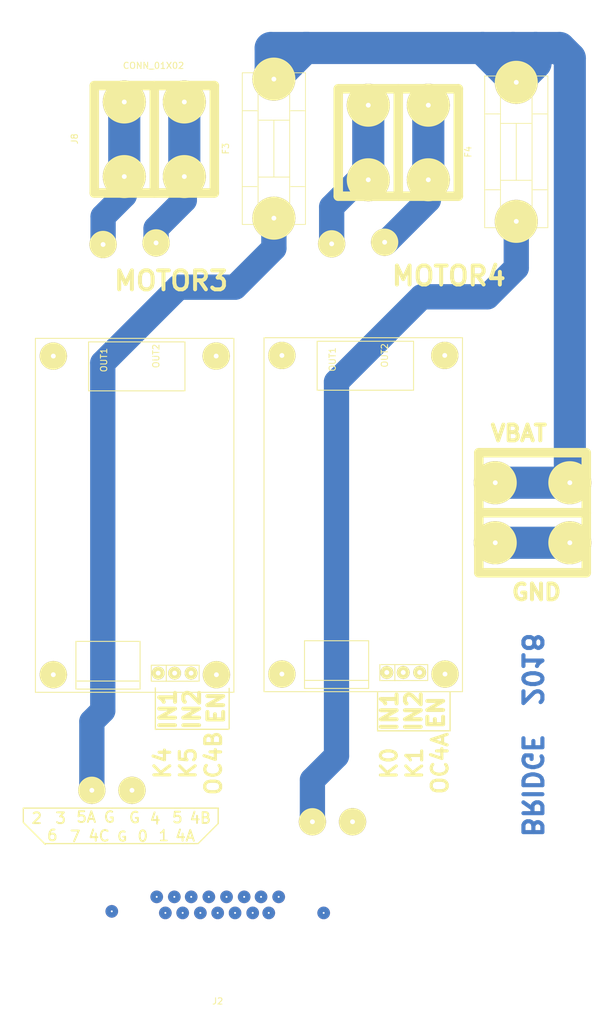
<source format=kicad_pcb>
(kicad_pcb (version 4) (host pcbnew 4.0.7)

  (general
    (links 25)
    (no_connects 11)
    (area 44.925 15.775 209.69818 173.507781)
    (thickness 1.6)
    (drawings 42)
    (tracks 49)
    (zones 0)
    (modules 8)
    (nets 21)
  )

  (page A4)
  (layers
    (0 F.Cu signal)
    (31 B.Cu signal)
    (32 B.Adhes user)
    (33 F.Adhes user)
    (34 B.Paste user)
    (35 F.Paste user)
    (36 B.SilkS user)
    (37 F.SilkS user)
    (38 B.Mask user)
    (39 F.Mask user)
    (40 Dwgs.User user)
    (41 Cmts.User user)
    (42 Eco1.User user)
    (43 Eco2.User user)
    (44 Edge.Cuts user)
    (45 Margin user)
    (46 B.CrtYd user)
    (47 F.CrtYd user)
    (48 B.Fab user)
    (49 F.Fab user)
  )

  (setup
    (last_trace_width 4)
    (user_trace_width 1)
    (user_trace_width 1.2)
    (user_trace_width 1.5)
    (user_trace_width 1.8)
    (user_trace_width 2)
    (user_trace_width 3.81)
    (user_trace_width 5.08)
    (trace_clearance 0.89878)
    (zone_clearance 0.508)
    (zone_45_only yes)
    (trace_min 0.2)
    (segment_width 0.2)
    (edge_width 0.1)
    (via_size 0.6)
    (via_drill 0.4)
    (via_min_size 0.4)
    (via_min_drill 0.3)
    (uvia_size 0.3)
    (uvia_drill 0.1)
    (uvias_allowed no)
    (uvia_min_size 0.2)
    (uvia_min_drill 0.1)
    (pcb_text_width 0.3)
    (pcb_text_size 1.5 1.5)
    (mod_edge_width 0.15)
    (mod_text_size 1 1)
    (mod_text_width 0.15)
    (pad_size 2 2)
    (pad_drill 0.3)
    (pad_to_mask_clearance 0)
    (aux_axis_origin 0 0)
    (visible_elements 7FFFFFFF)
    (pcbplotparams
      (layerselection 0x00030_80000001)
      (usegerberextensions false)
      (excludeedgelayer true)
      (linewidth 0.100000)
      (plotframeref false)
      (viasonmask false)
      (mode 1)
      (useauxorigin false)
      (hpglpennumber 1)
      (hpglpenspeed 20)
      (hpglpendiameter 15)
      (hpglpenoverlay 2)
      (psnegative false)
      (psa4output false)
      (plotreference true)
      (plotvalue true)
      (plotinvisibletext false)
      (padsonsilk false)
      (subtractmaskfromsilk false)
      (outputformat 1)
      (mirror false)
      (drillshape 1)
      (scaleselection 1)
      (outputdirectory ""))
  )

  (net 0 "")
  (net 1 /VBAT)
  (net 2 /VBAT3)
  (net 3 /VBAT4)
  (net 4 /OUT42)
  (net 5 /OUT41)
  (net 6 /OUT32)
  (net 7 /OUT31)
  (net 8 /GND)
  (net 9 /PWM4)
  (net 10 /PWM3)
  (net 11 /PWM2)
  (net 12 /PWM1)
  (net 13 /M11)
  (net 14 /M12)
  (net 15 /M21)
  (net 16 /M22)
  (net 17 /M31)
  (net 18 /M32)
  (net 19 /M42)
  (net 20 /M41)

  (net_class Default "This is the default net class."
    (clearance 0.89878)
    (trace_width 4)
    (via_dia 0.6)
    (via_drill 0.4)
    (uvia_dia 0.3)
    (uvia_drill 0.1)
    (add_net /GND)
    (add_net /M11)
    (add_net /M12)
    (add_net /M21)
    (add_net /M22)
    (add_net /M31)
    (add_net /M32)
    (add_net /M41)
    (add_net /M42)
    (add_net /OUT31)
    (add_net /OUT32)
    (add_net /OUT41)
    (add_net /OUT42)
    (add_net /PWM1)
    (add_net /PWM2)
    (add_net /PWM3)
    (add_net /PWM4)
    (add_net /VBAT)
    (add_net /VBAT3)
    (add_net /VBAT4)
  )

  (module Connectors:DB15MC (layer F.Cu) (tedit 59D720E5) (tstamp 59C16783)
    (at 137.16 157.68 180)
    (descr "Connecteur DB15 MALE couche")
    (tags "CONN DB15")
    (path /59BFCE5F)
    (fp_text reference J2 (at -9.65 -16.51 180) (layer F.SilkS)
      (effects (font (size 1 1) (thickness 0.15)))
    )
    (fp_text value DB15_MALE (at -9.65 -7.62 180) (layer F.Fab)
      (effects (font (size 1 1) (thickness 0.15)))
    )
    (fp_line (start 10.16 -12.7) (end -29.46 -12.7) (layer F.Fab) (width 0.1))
    (fp_line (start 10.16 -13.97) (end -29.46 -13.97) (layer F.Fab) (width 0.1))
    (fp_line (start 3.81 -9.53) (end -23.11 -9.53) (layer F.Fab) (width 0.1))
    (fp_line (start -23.11 -19.68) (end 3.81 -19.68) (layer F.Fab) (width 0.1))
    (fp_line (start 3.81 -13.97) (end 3.81 -19.68) (layer F.Fab) (width 0.1))
    (fp_line (start 3.81 -9.53) (end 3.81 -12.7) (layer F.Fab) (width 0.1))
    (fp_line (start 4.45 -7.62) (end 4.45 -12.7) (layer F.Fab) (width 0.1))
    (fp_line (start 2.79 -7.62) (end 10.16 -7.62) (layer F.Fab) (width 0.1))
    (fp_line (start 2.79 1.27) (end 2.79 -7.62) (layer F.Fab) (width 0.1))
    (fp_line (start 10.16 1.27) (end 2.79 1.27) (layer F.Fab) (width 0.1))
    (fp_line (start 10.16 1.27) (end 10.16 -13.97) (layer F.Fab) (width 0.1))
    (fp_line (start -23.75 -12.7) (end -23.75 -7.62) (layer F.Fab) (width 0.1))
    (fp_line (start -21.84 -7.62) (end -21.84 1.27) (layer F.Fab) (width 0.1))
    (fp_line (start -29.46 1.27) (end -29.46 -12.7) (layer F.Fab) (width 0.1))
    (fp_line (start -29.46 -7.62) (end -21.84 -7.62) (layer F.Fab) (width 0.1))
    (fp_line (start -23.11 -9.53) (end -23.11 -12.7) (layer F.Fab) (width 0.1))
    (fp_line (start -23.11 -19.68) (end -23.11 -13.97) (layer F.Fab) (width 0.1))
    (fp_line (start -29.46 -13.97) (end -29.46 -12.7) (layer F.Fab) (width 0.1))
    (fp_line (start -29.46 1.27) (end -21.84 1.27) (layer F.Fab) (width 0.1))
    (fp_line (start -29.71 -19.93) (end 10.41 -19.93) (layer F.CrtYd) (width 0.05))
    (fp_line (start -29.71 -19.93) (end -29.71 1.52) (layer F.CrtYd) (width 0.05))
    (fp_line (start 10.41 1.52) (end 10.41 -19.93) (layer F.CrtYd) (width 0.05))
    (fp_line (start 10.41 1.52) (end -29.71 1.52) (layer F.CrtYd) (width 0.05))
    (pad "" thru_hole circle (at 7.11 -2.29 180) (size 2 2) (drill 0.3) (layers *.Cu *.Mask))
    (pad "" thru_hole circle (at -26.42 -2.54 180) (size 2 2) (drill 0.3) (layers *.Cu *.Mask))
    (pad 8 thru_hole circle (at -19.3 0 180) (size 2 2) (drill 0.3) (layers *.Cu *.Mask)
      (net 10 /PWM3))
    (pad 7 thru_hole circle (at -16.51 0 180) (size 2 2) (drill 0.3) (layers *.Cu *.Mask)
      (net 17 /M31))
    (pad 6 thru_hole circle (at -13.84 0 180) (size 2 2) (drill 0.3) (layers *.Cu *.Mask)
      (net 18 /M32))
    (pad 5 thru_hole circle (at -11.05 0 180) (size 2 2) (drill 0.3) (layers *.Cu *.Mask)
      (net 8 /GND))
    (pad 4 thru_hole circle (at -8.25 0 180) (size 2 2) (drill 0.3) (layers *.Cu *.Mask)
      (net 8 /GND))
    (pad 3 thru_hole circle (at -5.46 0 180) (size 2 2) (drill 0.3) (layers *.Cu *.Mask)
      (net 11 /PWM2))
    (pad 2 thru_hole circle (at -2.79 0 180) (size 2 2) (drill 0.3) (layers *.Cu *.Mask)
      (net 15 /M21))
    (pad 1 thru_hole circle (at 0 0 180) (size 2 2) (drill 0.3) (layers *.Cu *.Mask)
      (net 16 /M22))
    (pad 15 thru_hole circle (at -17.73 -2.54 180) (size 2 2) (drill 0.3) (layers *.Cu *.Mask)
      (net 19 /M42))
    (pad 14 thru_hole circle (at -15.19 -2.54 180) (size 2 2) (drill 0.3) (layers *.Cu *.Mask)
      (net 20 /M41))
    (pad 13 thru_hole circle (at -12.4 -2.54 180) (size 2 2) (drill 0.3) (layers *.Cu *.Mask)
      (net 9 /PWM4))
    (pad 12 thru_hole circle (at -9.65 -2.54 180) (size 2 2) (drill 0.3) (layers *.Cu *.Mask)
      (net 8 /GND))
    (pad 11 thru_hole circle (at -6.91 -2.54 180) (size 2 2) (drill 0.3) (layers *.Cu *.Mask)
      (net 14 /M12))
    (pad 10 thru_hole circle (at -4.11 -2.54 180) (size 2 2) (drill 0.3) (layers *.Cu *.Mask)
      (net 13 /M11))
    (pad 9 thru_hole circle (at -1.37 -2.54 180) (size 2 2) (drill 0.3) (layers *.Cu *.Mask)
      (net 12 /PWM1))
    (model Connectors.3dshapes/DB15MC.wrl
      (at (xyz -0.38 0.05 0))
      (scale (xyz 1 1 1))
      (rotate (xyz 0 0 0))
    )
  )

  (module Mod_files:H_Bridge (layer F.Cu) (tedit 5A0D12DA) (tstamp 59C167CF)
    (at 168.148 120.904 270)
    (path /59BF6C8B)
    (fp_text reference J10 (at -6.1722 7.1882 270) (layer F.SilkS) hide
      (effects (font (size 1 1) (thickness 0.15)))
    )
    (fp_text value H-Bridge4 (at -23.622 -2.032 270) (layer F.SilkS) hide
      (effects (font (size 1 1) (thickness 0.15)))
    )
    (fp_line (start 2.52476 -2.55016) (end 2.52476 7.59968) (layer F.SilkS) (width 0.15))
    (fp_line (start 3.79984 -2.55016) (end 3.79984 7.59968) (layer F.SilkS) (width 0.15))
    (fp_line (start 3.79984 7.59968) (end -3.74904 7.59968) (layer F.SilkS) (width 0.15))
    (fp_line (start -3.74904 7.59968) (end -3.74904 -2.55016) (layer F.SilkS) (width 0.15))
    (fp_line (start -3.74904 -2.55016) (end 3.79984 -2.55016) (layer F.SilkS) (width 0.15))
    (fp_line (start 0.01524 -6.69544) (end 2.57048 -6.69544) (layer F.SilkS) (width 0.15))
    (fp_line (start 2.57048 -6.69544) (end 2.55016 -6.70052) (layer F.SilkS) (width 0.15))
    (fp_line (start 2.54508 -11.89736) (end 2.55524 -4.32308) (layer F.SilkS) (width 0.15))
    (fp_line (start 2.55524 -4.32308) (end 0.02032 -4.32308) (layer F.SilkS) (width 0.15))
    (fp_line (start 0.02032 -4.32308) (end 0.02032 -11.89736) (layer F.SilkS) (width 0.15))
    (fp_line (start 0.02032 -11.89736) (end 2.54508 -11.89736) (layer F.SilkS) (width 0.15))
    (fp_text user OUT2 (at -48.895 -5.08 270) (layer F.SilkS)
      (effects (font (size 1 1) (thickness 0.15)))
    )
    (fp_text user OUT1 (at -48.26 3.175 270) (layer F.SilkS)
      (effects (font (size 1 1) (thickness 0.15)))
    )
    (fp_line (start -51.13528 -9.652) (end -43.38828 -9.652) (layer F.SilkS) (width 0.15))
    (fp_line (start -43.38828 -9.652) (end -43.38828 5.59816) (layer F.SilkS) (width 0.15))
    (fp_line (start -43.38828 5.59816) (end -51.13528 5.59816) (layer F.SilkS) (width 0.15))
    (fp_line (start -51.13528 5.59816) (end -51.13528 -9.652) (layer F.SilkS) (width 0.15))
    (fp_line (start -51.69408 -17.39392) (end 4.30784 -17.39392) (layer F.SilkS) (width 0.15))
    (fp_line (start 4.30784 -17.39392) (end 4.30784 14.00556) (layer F.SilkS) (width 0.15))
    (fp_line (start 4.30784 14.00556) (end -51.69408 14.00556) (layer F.SilkS) (width 0.15))
    (fp_line (start -51.69408 14.00556) (end -51.69408 -17.39392) (layer F.SilkS) (width 0.15))
    (pad "" thru_hole circle (at -48.895 -14.58976 270) (size 4.318 4.318) (drill 0.762) (layers *.Cu *.Mask F.SilkS))
    (pad "" thru_hole circle (at 1.524 -14.6304 270) (size 4.318 4.318) (drill 0.762) (layers *.Cu *.Mask F.SilkS))
    (pad "" thru_hole circle (at 1.51892 11.176 270) (size 4.318 4.318) (drill 0.762) (layers *.Cu *.Mask F.SilkS))
    (pad "" thru_hole circle (at -48.88992 11.176 270) (size 4.318 4.318) (drill 0.762) (layers *.Cu *.Mask F.SilkS))
    (pad 2 thru_hole circle (at -66.802 -5.08 270) (size 4.318 4.318) (drill 0.762) (layers *.Cu *.Mask F.SilkS)
      (net 4 /OUT42))
    (pad 1 thru_hole circle (at -66.548 3.302 270) (size 4.318 4.318) (drill 0.762) (layers *.Cu *.Mask F.SilkS)
      (net 5 /OUT41))
    (pad 3 thru_hole circle (at 1.27 -10.62228 270) (size 2.032 2.032) (drill 0.762) (layers *.Cu *.Mask F.SilkS)
      (net 9 /PWM4) (clearance -0.254))
    (pad 4 thru_hole circle (at 1.27 -8.02132 270) (size 2.032 2.032) (drill 0.762) (layers *.Cu *.Mask F.SilkS)
      (net 20 /M41) (clearance -0.254))
    (pad 5 thru_hole circle (at 1.27 -5.42036 270) (size 2.032 2.032) (drill 0.762) (layers *.Cu *.Mask F.SilkS)
      (net 19 /M42) (clearance -0.254))
    (pad 7 thru_hole circle (at 24.892 0 270) (size 4.318 4.318) (drill 0.762) (layers *.Cu *.Mask F.SilkS)
      (net 8 /GND))
    (pad 6 thru_hole circle (at 24.892 6.35 270) (size 4.318 4.318) (drill 0.762) (layers *.Cu *.Mask F.SilkS)
      (net 3 /VBAT4))
  )

  (module Mod_files:H_Bridge (layer F.Cu) (tedit 5A0D12D5) (tstamp 59C167B8)
    (at 131.9784 121.0056 270)
    (path /59BF6C09)
    (fp_text reference J7 (at -6.1722 7.1882 270) (layer F.SilkS) hide
      (effects (font (size 1 1) (thickness 0.15)))
    )
    (fp_text value H-Bridge3 (at -24.892 0.508 270) (layer F.SilkS) hide
      (effects (font (size 1 1) (thickness 0.15)))
    )
    (fp_line (start 2.52476 -2.55016) (end 2.52476 7.59968) (layer F.SilkS) (width 0.15))
    (fp_line (start 3.79984 -2.55016) (end 3.79984 7.59968) (layer F.SilkS) (width 0.15))
    (fp_line (start 3.79984 7.59968) (end -3.74904 7.59968) (layer F.SilkS) (width 0.15))
    (fp_line (start -3.74904 7.59968) (end -3.74904 -2.55016) (layer F.SilkS) (width 0.15))
    (fp_line (start -3.74904 -2.55016) (end 3.79984 -2.55016) (layer F.SilkS) (width 0.15))
    (fp_line (start 0.01524 -6.69544) (end 2.57048 -6.69544) (layer F.SilkS) (width 0.15))
    (fp_line (start 2.57048 -6.69544) (end 2.55016 -6.70052) (layer F.SilkS) (width 0.15))
    (fp_line (start 2.54508 -11.89736) (end 2.55524 -4.32308) (layer F.SilkS) (width 0.15))
    (fp_line (start 2.55524 -4.32308) (end 0.02032 -4.32308) (layer F.SilkS) (width 0.15))
    (fp_line (start 0.02032 -4.32308) (end 0.02032 -11.89736) (layer F.SilkS) (width 0.15))
    (fp_line (start 0.02032 -11.89736) (end 2.54508 -11.89736) (layer F.SilkS) (width 0.15))
    (fp_text user OUT2 (at -48.895 -5.08 270) (layer F.SilkS)
      (effects (font (size 1 1) (thickness 0.15)))
    )
    (fp_text user OUT1 (at -48.26 3.175 270) (layer F.SilkS)
      (effects (font (size 1 1) (thickness 0.15)))
    )
    (fp_line (start -51.13528 -9.652) (end -43.38828 -9.652) (layer F.SilkS) (width 0.15))
    (fp_line (start -43.38828 -9.652) (end -43.38828 5.59816) (layer F.SilkS) (width 0.15))
    (fp_line (start -43.38828 5.59816) (end -51.13528 5.59816) (layer F.SilkS) (width 0.15))
    (fp_line (start -51.13528 5.59816) (end -51.13528 -9.652) (layer F.SilkS) (width 0.15))
    (fp_line (start -51.69408 -17.39392) (end 4.30784 -17.39392) (layer F.SilkS) (width 0.15))
    (fp_line (start 4.30784 -17.39392) (end 4.30784 14.00556) (layer F.SilkS) (width 0.15))
    (fp_line (start 4.30784 14.00556) (end -51.69408 14.00556) (layer F.SilkS) (width 0.15))
    (fp_line (start -51.69408 14.00556) (end -51.69408 -17.39392) (layer F.SilkS) (width 0.15))
    (pad "" thru_hole circle (at -48.895 -14.58976 270) (size 4.318 4.318) (drill 0.762) (layers *.Cu *.Mask F.SilkS))
    (pad "" thru_hole circle (at 1.524 -14.6304 270) (size 4.318 4.318) (drill 0.762) (layers *.Cu *.Mask F.SilkS))
    (pad "" thru_hole circle (at 1.51892 11.176 270) (size 4.318 4.318) (drill 0.762) (layers *.Cu *.Mask F.SilkS))
    (pad "" thru_hole circle (at -48.88992 11.176 270) (size 4.318 4.318) (drill 0.762) (layers *.Cu *.Mask F.SilkS))
    (pad 2 thru_hole circle (at -66.802 -5.08 270) (size 4.318 4.318) (drill 0.762) (layers *.Cu *.Mask F.SilkS)
      (net 6 /OUT32))
    (pad 1 thru_hole circle (at -66.548 3.302 270) (size 4.318 4.318) (drill 0.762) (layers *.Cu *.Mask F.SilkS)
      (net 7 /OUT31))
    (pad 3 thru_hole circle (at 1.27 -10.62228 270) (size 2.032 2.032) (drill 0.762) (layers *.Cu *.Mask F.SilkS)
      (net 10 /PWM3) (clearance -0.254))
    (pad 4 thru_hole circle (at 1.27 -8.02132 270) (size 2.032 2.032) (drill 0.762) (layers *.Cu *.Mask F.SilkS)
      (net 17 /M31) (clearance -0.254))
    (pad 5 thru_hole circle (at 1.27 -5.42036 270) (size 2.032 2.032) (drill 0.762) (layers *.Cu *.Mask F.SilkS)
      (net 18 /M32) (clearance -0.254))
    (pad 7 thru_hole circle (at 19.812 -1.27 270) (size 4.318 4.318) (drill 0.762) (layers *.Cu *.Mask F.SilkS)
      (net 8 /GND))
    (pad 6 thru_hole circle (at 19.812 5.08 270) (size 4.318 4.318) (drill 0.762) (layers *.Cu *.Mask F.SilkS)
      (net 2 /VBAT3))
  )

  (module Fuse_Holders_and_Fuses:Fuseholder5x20_horiz_SemiClosed_Casing10x25mm (layer F.Cu) (tedit 59C173A5) (tstamp 59C16760)
    (at 155.702 50.292 90)
    (descr "Fuseholder, 5x20, Semi closed, horizontal, Casing 10x25mm,")
    (tags "Fuseholder 5x20 Semi closed horizontal Casing 10x25mm Sicherungshalter halbgeschlossen ")
    (path /59BFCD9B)
    (fp_text reference F3 (at 11 -7.62 90) (layer F.SilkS)
      (effects (font (size 1 1) (thickness 0.15)))
    )
    (fp_text value Fuse (at 12.27 7.62 90) (layer F.Fab)
      (effects (font (size 1 1) (thickness 0.15)))
    )
    (fp_line (start 5 2.5) (end 5 4.9) (layer F.Fab) (width 0.1))
    (fp_line (start 17 -2.5) (end 17 -4.9) (layer F.Fab) (width 0.1))
    (fp_line (start 17 2.5) (end 17 4.95) (layer F.Fab) (width 0.1))
    (fp_line (start 15.5 -2.5) (end 15.5 2.5) (layer F.Fab) (width 0.1))
    (fp_line (start 6.5 0) (end 15.5 0) (layer F.Fab) (width 0.1))
    (fp_line (start 6.5 -2.5) (end 6.5 2.5) (layer F.Fab) (width 0.1))
    (fp_line (start 5 -4.9) (end 5 -2.5) (layer F.Fab) (width 0.1))
    (fp_line (start 1 -2.5) (end 1 2.5) (layer F.Fab) (width 0.1))
    (fp_line (start 1 2.5) (end 21 2.5) (layer F.Fab) (width 0.1))
    (fp_line (start 21 2.5) (end 21 -2.5) (layer F.Fab) (width 0.1))
    (fp_line (start 21 -2.5) (end 1 -2.5) (layer F.Fab) (width 0.1))
    (fp_line (start -0.9 -4.9) (end -0.9 4.9) (layer F.Fab) (width 0.1))
    (fp_line (start -0.9 4.9) (end 22.9 4.9) (layer F.Fab) (width 0.1))
    (fp_line (start 22.9 4.9) (end 22.9 -4.9) (layer F.Fab) (width 0.1))
    (fp_line (start 22.9 -4.9) (end -0.9 -4.9) (layer F.Fab) (width 0.1))
    (fp_line (start 5 -2.5) (end 5 -5) (layer F.SilkS) (width 0.12))
    (fp_line (start 5 5) (end 5 2.5) (layer F.SilkS) (width 0.12))
    (fp_line (start 17 5) (end 17 2.5) (layer F.SilkS) (width 0.12))
    (fp_line (start 17 -5) (end 17 -2.5) (layer F.SilkS) (width 0.12))
    (fp_line (start 6.5 0) (end 15.5 0) (layer F.SilkS) (width 0.12))
    (fp_line (start 6.5 -2.5) (end 6.5 2.5) (layer F.SilkS) (width 0.12))
    (fp_line (start 15.5 -2.5) (end 15.5 2.5) (layer F.SilkS) (width 0.12))
    (fp_line (start 21 -1.9) (end 21 -2.5) (layer F.SilkS) (width 0.12))
    (fp_line (start 1 1.9) (end 1 2.5) (layer F.SilkS) (width 0.12))
    (fp_line (start 1 2.5) (end 21 2.5) (layer F.SilkS) (width 0.12))
    (fp_line (start 21 2.5) (end 21 1.9) (layer F.SilkS) (width 0.12))
    (fp_line (start 21 -2.5) (end 1 -2.5) (layer F.SilkS) (width 0.12))
    (fp_line (start 1 -2.5) (end 1 -1.9) (layer F.SilkS) (width 0.12))
    (fp_line (start 23 -1.9) (end 23 -5) (layer F.SilkS) (width 0.12))
    (fp_line (start -1 1.9) (end -1 5) (layer F.SilkS) (width 0.12))
    (fp_line (start -1 5) (end 23 5) (layer F.SilkS) (width 0.12))
    (fp_line (start 23 5) (end 23 1.9) (layer F.SilkS) (width 0.12))
    (fp_line (start 23 -5) (end -1 -5) (layer F.SilkS) (width 0.12))
    (fp_line (start -1 -5) (end -1 -1.9) (layer F.SilkS) (width 0.12))
    (fp_line (start -1.5 -5.15) (end 23.5 -5.15) (layer F.CrtYd) (width 0.05))
    (fp_line (start -1.5 -5.15) (end -1.5 5.2) (layer F.CrtYd) (width 0.05))
    (fp_line (start 23.5 5.2) (end 23.5 -5.15) (layer F.CrtYd) (width 0.05))
    (fp_line (start 23.5 5.2) (end -1.5 5.2) (layer F.CrtYd) (width 0.05))
    (pad 2 thru_hole circle (at 22 0 180) (size 6.81 6.81) (drill 0.762) (layers *.Cu *.Mask F.SilkS)
      (net 1 /VBAT))
    (pad 1 thru_hole circle (at 0 0 180) (size 6.81 6.81) (drill 0.762) (layers *.Cu *.Mask F.SilkS)
      (net 2 /VBAT3))
  )

  (module Fuse_Holders_and_Fuses:Fuseholder5x20_horiz_SemiClosed_Casing10x25mm (layer F.Cu) (tedit 59C1739E) (tstamp 59C16766)
    (at 194.056 50.8 90)
    (descr "Fuseholder, 5x20, Semi closed, horizontal, Casing 10x25mm,")
    (tags "Fuseholder 5x20 Semi closed horizontal Casing 10x25mm Sicherungshalter halbgeschlossen ")
    (path /59BFCBFB)
    (fp_text reference F4 (at 11 -7.62 90) (layer F.SilkS)
      (effects (font (size 1 1) (thickness 0.15)))
    )
    (fp_text value Fuse (at 12.27 7.62 90) (layer F.Fab)
      (effects (font (size 1 1) (thickness 0.15)))
    )
    (fp_line (start 5 2.5) (end 5 4.9) (layer F.Fab) (width 0.1))
    (fp_line (start 17 -2.5) (end 17 -4.9) (layer F.Fab) (width 0.1))
    (fp_line (start 17 2.5) (end 17 4.95) (layer F.Fab) (width 0.1))
    (fp_line (start 15.5 -2.5) (end 15.5 2.5) (layer F.Fab) (width 0.1))
    (fp_line (start 6.5 0) (end 15.5 0) (layer F.Fab) (width 0.1))
    (fp_line (start 6.5 -2.5) (end 6.5 2.5) (layer F.Fab) (width 0.1))
    (fp_line (start 5 -4.9) (end 5 -2.5) (layer F.Fab) (width 0.1))
    (fp_line (start 1 -2.5) (end 1 2.5) (layer F.Fab) (width 0.1))
    (fp_line (start 1 2.5) (end 21 2.5) (layer F.Fab) (width 0.1))
    (fp_line (start 21 2.5) (end 21 -2.5) (layer F.Fab) (width 0.1))
    (fp_line (start 21 -2.5) (end 1 -2.5) (layer F.Fab) (width 0.1))
    (fp_line (start -0.9 -4.9) (end -0.9 4.9) (layer F.Fab) (width 0.1))
    (fp_line (start -0.9 4.9) (end 22.9 4.9) (layer F.Fab) (width 0.1))
    (fp_line (start 22.9 4.9) (end 22.9 -4.9) (layer F.Fab) (width 0.1))
    (fp_line (start 22.9 -4.9) (end -0.9 -4.9) (layer F.Fab) (width 0.1))
    (fp_line (start 5 -2.5) (end 5 -5) (layer F.SilkS) (width 0.12))
    (fp_line (start 5 5) (end 5 2.5) (layer F.SilkS) (width 0.12))
    (fp_line (start 17 5) (end 17 2.5) (layer F.SilkS) (width 0.12))
    (fp_line (start 17 -5) (end 17 -2.5) (layer F.SilkS) (width 0.12))
    (fp_line (start 6.5 0) (end 15.5 0) (layer F.SilkS) (width 0.12))
    (fp_line (start 6.5 -2.5) (end 6.5 2.5) (layer F.SilkS) (width 0.12))
    (fp_line (start 15.5 -2.5) (end 15.5 2.5) (layer F.SilkS) (width 0.12))
    (fp_line (start 21 -1.9) (end 21 -2.5) (layer F.SilkS) (width 0.12))
    (fp_line (start 1 1.9) (end 1 2.5) (layer F.SilkS) (width 0.12))
    (fp_line (start 1 2.5) (end 21 2.5) (layer F.SilkS) (width 0.12))
    (fp_line (start 21 2.5) (end 21 1.9) (layer F.SilkS) (width 0.12))
    (fp_line (start 21 -2.5) (end 1 -2.5) (layer F.SilkS) (width 0.12))
    (fp_line (start 1 -2.5) (end 1 -1.9) (layer F.SilkS) (width 0.12))
    (fp_line (start 23 -1.9) (end 23 -5) (layer F.SilkS) (width 0.12))
    (fp_line (start -1 1.9) (end -1 5) (layer F.SilkS) (width 0.12))
    (fp_line (start -1 5) (end 23 5) (layer F.SilkS) (width 0.12))
    (fp_line (start 23 5) (end 23 1.9) (layer F.SilkS) (width 0.12))
    (fp_line (start 23 -5) (end -1 -5) (layer F.SilkS) (width 0.12))
    (fp_line (start -1 -5) (end -1 -1.9) (layer F.SilkS) (width 0.12))
    (fp_line (start -1.5 -5.15) (end 23.5 -5.15) (layer F.CrtYd) (width 0.05))
    (fp_line (start -1.5 -5.15) (end -1.5 5.2) (layer F.CrtYd) (width 0.05))
    (fp_line (start 23.5 5.2) (end 23.5 -5.15) (layer F.CrtYd) (width 0.05))
    (fp_line (start 23.5 5.2) (end -1.5 5.2) (layer F.CrtYd) (width 0.05))
    (pad 2 thru_hole circle (at 22 0 180) (size 6.81 6.81) (drill 0.762) (layers *.Cu *.Mask F.SilkS)
      (net 1 /VBAT))
    (pad 1 thru_hole circle (at 0 0 180) (size 6.81 6.81) (drill 0.762) (layers *.Cu *.Mask F.SilkS)
      (net 3 /VBAT4))
  )

  (module Mod_files:Solar_connector (layer F.Cu) (tedit 5A0D1287) (tstamp 59C167C0)
    (at 136.652 37.338)
    (path /59BF8CA9)
    (fp_text reference J8 (at -12.4841 0.4064 90) (layer F.SilkS)
      (effects (font (size 1 1) (thickness 0.15)))
    )
    (fp_text value CONN_01X02 (at 0 -11.176) (layer F.SilkS)
      (effects (font (size 1 1) (thickness 0.15)))
    )
    (fp_line (start -9.3726 -8.0264) (end 9.6274 -8.0264) (layer F.SilkS) (width 1.5))
    (fp_line (start 9.6274 -8.0264) (end 9.6274 8.9736) (layer F.SilkS) (width 1.5))
    (fp_line (start -9.3726 8.9736) (end 9.6274 8.9736) (layer F.SilkS) (width 1.5))
    (fp_line (start -9.3726 -8.0014) (end -9.3726 8.9736) (layer F.SilkS) (width 1.5))
    (fp_line (start 0.1274 8.9736) (end 0.1274 -8.0264) (layer F.SilkS) (width 1.5))
    (pad 1 thru_hole circle (at -4.6226 -5.4264 90) (size 6.81 6.81) (drill 0.762) (layers *.Cu *.Mask F.SilkS)
      (net 7 /OUT31))
    (pad 2 thru_hole circle (at 4.8774 -5.4264 90) (size 6.81 6.81) (drill 0.762) (layers *.Cu *.Mask F.SilkS)
      (net 6 /OUT32))
    (pad 1 thru_hole circle (at -4.6226 6.3736 90) (size 6.81 6.81) (drill 0.762) (layers *.Cu *.Mask F.SilkS)
      (net 7 /OUT31))
    (pad 2 thru_hole circle (at 4.8774 6.3736 90) (size 6.81 6.81) (drill 0.762) (layers *.Cu *.Mask F.SilkS)
      (net 6 /OUT32))
  )

  (module Mod_files:Solar_connector (layer F.Cu) (tedit 5A0D128C) (tstamp 59C167D7)
    (at 175.26 37.846)
    (path /59BF8ECD)
    (fp_text reference J11 (at -12.4841 0.4064 90) (layer F.SilkS) hide
      (effects (font (size 1 1) (thickness 0.15)))
    )
    (fp_text value CONN_01X02 (at -0.762 -11.176) (layer F.SilkS) hide
      (effects (font (size 1 1) (thickness 0.15)))
    )
    (fp_line (start -9.3726 -8.0264) (end 9.6274 -8.0264) (layer F.SilkS) (width 1.5))
    (fp_line (start 9.6274 -8.0264) (end 9.6274 8.9736) (layer F.SilkS) (width 1.5))
    (fp_line (start -9.3726 8.9736) (end 9.6274 8.9736) (layer F.SilkS) (width 1.5))
    (fp_line (start -9.3726 -8.0014) (end -9.3726 8.9736) (layer F.SilkS) (width 1.5))
    (fp_line (start 0.1274 8.9736) (end 0.1274 -8.0264) (layer F.SilkS) (width 1.5))
    (pad 1 thru_hole circle (at -4.6226 -5.4264 90) (size 6.81 6.81) (drill 0.762) (layers *.Cu *.Mask F.SilkS)
      (net 5 /OUT41))
    (pad 2 thru_hole circle (at 4.8774 -5.4264 90) (size 6.81 6.81) (drill 0.762) (layers *.Cu *.Mask F.SilkS)
      (net 4 /OUT42))
    (pad 1 thru_hole circle (at -4.6226 6.3736 90) (size 6.81 6.81) (drill 0.762) (layers *.Cu *.Mask F.SilkS)
      (net 5 /OUT41))
    (pad 2 thru_hole circle (at 4.8774 6.3736 90) (size 6.81 6.81) (drill 0.762) (layers *.Cu *.Mask F.SilkS)
      (net 4 /OUT42))
  )

  (module Mod_files:Solar_connector (layer F.Cu) (tedit 5A0D1C62) (tstamp 59C17586)
    (at 197.104 96.774 270)
    (path /59C1746E)
    (fp_text reference J4 (at -12.4841 0.4064 360) (layer F.SilkS) hide
      (effects (font (size 1 1) (thickness 0.15)))
    )
    (fp_text value CONN_01X02 (at -1.1176 -10.8204 270) (layer F.SilkS) hide
      (effects (font (size 1 1) (thickness 0.15)))
    )
    (fp_line (start -9.3726 -8.0264) (end 9.6274 -8.0264) (layer F.SilkS) (width 1.5))
    (fp_line (start 9.6274 -8.0264) (end 9.6274 8.9736) (layer F.SilkS) (width 1.5))
    (fp_line (start -9.3726 8.9736) (end 9.6274 8.9736) (layer F.SilkS) (width 1.5))
    (fp_line (start -9.3726 -8.0014) (end -9.3726 8.9736) (layer F.SilkS) (width 1.5))
    (fp_line (start 0.1274 8.9736) (end 0.1274 -8.0264) (layer F.SilkS) (width 1.5))
    (pad 1 thru_hole circle (at -4.6226 -5.4264) (size 6.81 6.81) (drill 0.762) (layers *.Cu *.Mask F.SilkS)
      (net 1 /VBAT))
    (pad 2 thru_hole circle (at 4.8774 -5.4264) (size 6.81 6.81) (drill 0.762) (layers *.Cu *.Mask F.SilkS)
      (net 8 /GND))
    (pad 1 thru_hole circle (at -4.6226 6.3736) (size 6.81 6.81) (drill 0.762) (layers *.Cu *.Mask F.SilkS)
      (net 1 /VBAT))
    (pad 2 thru_hole circle (at 4.8774 6.3736) (size 6.81 6.81) (drill 0.762) (layers *.Cu *.Mask F.SilkS)
      (net 8 /GND))
  )

  (gr_text G (at 131.699 148.1328) (layer F.SilkS)
    (effects (font (size 1.5 1.5) (thickness 0.3)))
  )
  (gr_text G (at 133.6548 145.1356) (layer F.SilkS)
    (effects (font (size 1.7 1.7) (thickness 0.3)))
  )
  (gr_text G (at 129.667 145.0594) (layer F.SilkS)
    (effects (font (size 1.7 1.7) (thickness 0.3)))
  )
  (gr_text 5A (at 126.0094 145.0594) (layer F.SilkS)
    (effects (font (size 1.7 1.7) (thickness 0.3)))
  )
  (gr_text 4C (at 128.0414 148.0312) (layer F.SilkS)
    (effects (font (size 1.7 1.7) (thickness 0.3)))
  )
  (gr_text 4B (at 144.0688 145.2118) (layer F.SilkS)
    (effects (font (size 1.7 1.7) (thickness 0.3)))
  )
  (gr_text 4A (at 141.6558 148.0312) (layer F.SilkS)
    (effects (font (size 1.7 1.7) (thickness 0.3)))
  )
  (gr_text 7 (at 124.2568 148.1074) (layer F.SilkS)
    (effects (font (size 1.7 1.7) (thickness 0.3)))
  )
  (gr_text 6 (at 120.65 147.955) (layer F.SilkS)
    (effects (font (size 1.7 1.7) (thickness 0.3)))
  )
  (gr_text 5 (at 140.4366 145.1356) (layer F.SilkS)
    (effects (font (size 1.7 1.7) (thickness 0.3)))
  )
  (gr_text "4\n" (at 136.906 145.3134) (layer F.SilkS)
    (effects (font (size 1.7 1.7) (thickness 0.3)))
  )
  (gr_text 3 (at 121.9708 145.2372) (layer F.SilkS)
    (effects (font (size 1.7 1.7) (thickness 0.3)))
  )
  (gr_text 2 (at 118.1862 145.2372) (layer F.SilkS)
    (effects (font (size 1.7 1.7) (thickness 0.3)))
  )
  (gr_text 0 (at 134.9502 148.082) (layer F.SilkS)
    (effects (font (size 1.7 1.7) (thickness 0.3)))
  )
  (gr_text 1 (at 138.2776 147.9804) (layer F.SilkS)
    (effects (font (size 1.7 1.7) (thickness 0.25)))
  )
  (gr_line (start 146.9136 143.637) (end 146.9136 143.6624) (angle 90) (layer F.SilkS) (width 0.2))
  (gr_line (start 116.0526 143.637) (end 146.9136 143.637) (angle 90) (layer F.SilkS) (width 0.2))
  (gr_line (start 116.0526 145.8722) (end 116.0526 143.637) (angle 90) (layer F.SilkS) (width 0.2))
  (gr_line (start 119.5324 149.3774) (end 116.0526 145.8976) (angle 90) (layer F.SilkS) (width 0.2))
  (gr_line (start 146.8882 146.0754) (end 146.8882 143.6624) (angle 90) (layer F.SilkS) (width 0.2))
  (gr_line (start 143.7132 149.2504) (end 146.8882 146.0754) (angle 90) (layer F.SilkS) (width 0.2))
  (gr_line (start 119.3546 149.2504) (end 143.6116 149.2504) (angle 90) (layer F.SilkS) (width 0.2))
  (gr_text "K4\nK5\nOC4B" (at 142.113 136.525 90) (layer F.SilkS)
    (effects (font (size 2.5 2.5) (thickness 0.5)))
  )
  (gr_text "K0\nK1\nOC4A" (at 177.9524 136.5504 90) (layer F.SilkS)
    (effects (font (size 2.5 2.5) (thickness 0.5)))
  )
  (gr_line (start 148.62556 131.05384) (end 148.62556 124.68352) (angle 90) (layer F.SilkS) (width 0.2))
  (gr_line (start 122.3772 123.71832) (end 122.3772 123.66244) (angle 90) (layer F.SilkS) (width 0.2))
  (gr_line (start 136.94664 131.1656) (end 148.56968 131.1656) (angle 90) (layer F.SilkS) (width 0.2))
  (gr_line (start 136.94664 124.62764) (end 136.94664 131.1656) (angle 90) (layer F.SilkS) (width 0.2))
  (gr_line (start 183.58104 131.40944) (end 183.58104 125.2728) (angle 90) (layer F.SilkS) (width 0.2))
  (gr_line (start 172.1104 131.40944) (end 183.58104 131.40944) (angle 90) (layer F.SilkS) (width 0.2))
  (gr_line (start 172.1104 125.38964) (end 172.1104 131.40944) (angle 90) (layer F.SilkS) (width 0.2))
  (gr_text "BRIDGE  2018" (at 196.5452 132.08 270) (layer B.Cu)
    (effects (font (size 3 3) (thickness 0.65)) (justify mirror))
  )
  (gr_text "EN\n" (at 181.356 128.524 90) (layer F.SilkS)
    (effects (font (size 2.5 2.5) (thickness 0.625)))
  )
  (gr_text "IN2\n\n" (at 179.832 128.27 90) (layer F.SilkS)
    (effects (font (size 2.5 2.5) (thickness 0.625)))
  )
  (gr_text "IN1\n" (at 173.99 128.27 90) (layer F.SilkS)
    (effects (font (size 2.5 2.5) (thickness 0.625)))
  )
  (gr_text "EN\n" (at 146.558 127.762 90) (layer F.SilkS)
    (effects (font (size 2.5 2.5) (thickness 0.625)))
  )
  (gr_text "IN2\n" (at 142.748 128.016 90) (layer F.SilkS)
    (effects (font (size 2.5 2.5) (thickness 0.625)))
  )
  (gr_text "IN1\n" (at 138.938 128.016 90) (layer F.SilkS)
    (effects (font (size 2.5 2.5) (thickness 0.625)))
  )
  (gr_text "GND\n" (at 197.2564 109.474) (layer F.SilkS)
    (effects (font (size 2.5 2.5) (thickness 0.625)))
  )
  (gr_text "VBAT\n" (at 194.4624 84.328) (layer F.SilkS)
    (effects (font (size 2.5 2.5) (thickness 0.625)))
  )
  (gr_text "MOTOR4\n" (at 183.388 59.436) (layer F.SilkS)
    (effects (font (size 3 3) (thickness 0.625)))
  )
  (gr_text "MOTOR3\n" (at 139.446 60.198) (layer F.SilkS)
    (effects (font (size 3 3) (thickness 0.625)))
  )

  (segment (start 190.7304 92.1514) (end 202.5304 92.1514) (width 5.08) (layer B.Cu) (net 1))
  (segment (start 161.036 23.368) (end 160.626 23.368) (width 5.08) (layer B.Cu) (net 1))
  (segment (start 160.626 23.368) (end 155.702 28.292) (width 5.08) (layer B.Cu) (net 1) (tstamp 5A0D1B5B))
  (segment (start 155.194 23.368) (end 155.194 27.784) (width 5.08) (layer B.Cu) (net 1))
  (segment (start 155.194 27.784) (end 155.702 28.292) (width 5.08) (layer B.Cu) (net 1) (tstamp 5A0D1B56))
  (segment (start 188.722 23.368) (end 188.722 23.466) (width 5.08) (layer B.Cu) (net 1))
  (segment (start 188.722 23.466) (end 194.056 28.8) (width 5.08) (layer B.Cu) (net 1) (tstamp 5A0D1B51))
  (segment (start 197.104 23.368) (end 197.104 25.752) (width 5.08) (layer B.Cu) (net 1))
  (segment (start 197.104 25.752) (end 194.056 28.8) (width 5.08) (layer B.Cu) (net 1) (tstamp 5A0D1B4C))
  (segment (start 193.548 23.368) (end 193.548 28.292) (width 5.08) (layer B.Cu) (net 1))
  (segment (start 193.548 28.292) (end 194.056 28.8) (width 5.08) (layer B.Cu) (net 1) (tstamp 5A0D1B47))
  (segment (start 155.194 23.368) (end 161.036 23.368) (width 5.08) (layer B.Cu) (net 1) (tstamp 5A0D1B54))
  (segment (start 161.036 23.368) (end 188.722 23.368) (width 5.08) (layer B.Cu) (net 1) (tstamp 5A0D1B59))
  (segment (start 188.722 23.368) (end 193.548 23.368) (width 5.08) (layer B.Cu) (net 1) (tstamp 5A0D1B4F))
  (segment (start 193.548 23.368) (end 197.104 23.368) (width 5.08) (layer B.Cu) (net 1) (tstamp 5A0D1B45))
  (segment (start 197.104 23.368) (end 200.914 23.368) (width 5.08) (layer B.Cu) (net 1) (tstamp 5A0D1B4A))
  (segment (start 202.5304 24.9844) (end 202.5304 92.1514) (width 5.08) (layer B.Cu) (net 1) (tstamp 5A0D1B42))
  (segment (start 200.914 23.368) (end 202.5304 24.9844) (width 5.08) (layer B.Cu) (net 1) (tstamp 5A0D1B41))
  (segment (start 155.702 50.292) (end 155.702 55.0672) (width 4) (layer B.Cu) (net 2))
  (segment (start 126.8984 129.9464) (end 126.8984 140.8176) (width 4) (layer B.Cu) (net 2) (tstamp 5A0D1D46))
  (segment (start 128.6256 128.2192) (end 126.8984 129.9464) (width 4) (layer B.Cu) (net 2) (tstamp 5A0D1D45))
  (segment (start 128.6256 73.2028) (end 128.6256 128.2192) (width 4) (layer B.Cu) (net 2) (tstamp 5A0D1D44))
  (segment (start 140.6144 61.214) (end 128.6256 73.2028) (width 4) (layer B.Cu) (net 2) (tstamp 5A0D1D43))
  (segment (start 149.5552 61.214) (end 140.6144 61.214) (width 4) (layer B.Cu) (net 2) (tstamp 5A0D1D42))
  (segment (start 155.702 55.0672) (end 149.5552 61.214) (width 4) (layer B.Cu) (net 2) (tstamp 5A0D1D41))
  (segment (start 194.056 50.8) (end 194.056 58.166) (width 4) (layer B.Cu) (net 3))
  (segment (start 161.798 139.192) (end 161.798 145.796) (width 4) (layer B.Cu) (net 3) (tstamp 5A0D1BA7))
  (segment (start 165.608 135.382) (end 161.798 139.192) (width 4) (layer B.Cu) (net 3) (tstamp 5A0D1BA6))
  (segment (start 165.608 76.2) (end 165.608 135.382) (width 4) (layer B.Cu) (net 3) (tstamp 5A0D1BA5))
  (segment (start 179.07 62.738) (end 165.608 76.2) (width 4) (layer B.Cu) (net 3) (tstamp 5A0D1BA4))
  (segment (start 189.484 62.738) (end 179.07 62.738) (width 4) (layer B.Cu) (net 3) (tstamp 5A0D1BA3))
  (segment (start 194.056 58.166) (end 189.484 62.738) (width 4) (layer B.Cu) (net 3) (tstamp 5A0D1BA2))
  (segment (start 180.1374 44.2196) (end 180.1374 47.4466) (width 4) (layer B.Cu) (net 4))
  (segment (start 180.1374 47.4466) (end 173.482 54.102) (width 4) (layer B.Cu) (net 4) (tstamp 5A0D1B93))
  (segment (start 173.482 54.102) (end 173.228 54.102) (width 4) (layer B.Cu) (net 4) (tstamp 5A0D1B94))
  (segment (start 180.1374 32.4196) (end 180.1374 44.2196) (width 5.08) (layer B.Cu) (net 4))
  (segment (start 170.6374 44.2196) (end 169.1404 44.2196) (width 4) (layer B.Cu) (net 5))
  (segment (start 169.1404 44.2196) (end 164.846 48.514) (width 4) (layer B.Cu) (net 5) (tstamp 5A0D1B8F))
  (segment (start 164.846 48.514) (end 164.846 54.356) (width 4) (layer B.Cu) (net 5) (tstamp 5A0D1B90))
  (segment (start 170.6374 32.4196) (end 170.6374 44.2196) (width 5.08) (layer B.Cu) (net 5))
  (segment (start 141.5294 43.7116) (end 141.5294 47.4466) (width 4) (layer B.Cu) (net 6))
  (segment (start 137.0584 51.9176) (end 137.0584 54.2036) (width 4) (layer B.Cu) (net 6) (tstamp 5A0D1D1A))
  (segment (start 141.5294 47.4466) (end 137.0584 51.9176) (width 4) (layer B.Cu) (net 6) (tstamp 5A0D1D19))
  (segment (start 141.5294 31.9116) (end 141.5294 43.7116) (width 5.08) (layer B.Cu) (net 6))
  (segment (start 132.0294 43.7116) (end 132.0294 46.685) (width 4) (layer B.Cu) (net 7))
  (segment (start 132.0294 46.685) (end 128.6764 50.038) (width 4) (layer B.Cu) (net 7) (tstamp 5A0D1D15))
  (segment (start 128.6764 50.038) (end 128.6764 54.4576) (width 4) (layer B.Cu) (net 7) (tstamp 5A0D1D16))
  (segment (start 132.0294 31.9116) (end 132.0294 43.7116) (width 5.08) (layer B.Cu) (net 7))
  (segment (start 190.7304 101.6514) (end 202.5304 101.6514) (width 5.08) (layer B.Cu) (net 8))

  (zone (net 8) (net_name /GND) (layer B.Cu) (tstamp 5A0F08B5) (hatch edge 0.508)
    (connect_pads (clearance 0.508))
    (min_thickness 0.254)
    (fill (arc_segments 16) (thermal_gap 0.508) (thermal_bridge_width 0.508))
    (polygon
      (pts
        (xy 209.275 15.775) (xy 112.365 15.775) (xy 112.365 165.35) (xy 209.175 165.35) (xy 209.525 165.35)
        (xy 209.525 15.775) (xy 209.475 15.775)
      )
    )
  )
)

</source>
